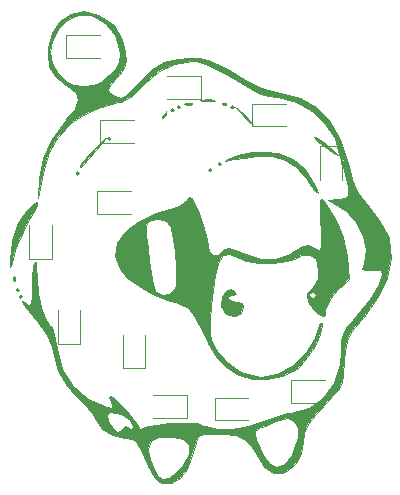
<source format=gto>
G04 #@! TF.GenerationSoftware,KiCad,Pcbnew,(5.1.5)-3*
G04 #@! TF.CreationDate,2020-05-11T16:08:06-04:00*
G04 #@! TF.ProjectId,charlieplex,63686172-6c69-4657-906c-65782e6b6963,rev?*
G04 #@! TF.SameCoordinates,Original*
G04 #@! TF.FileFunction,Legend,Top*
G04 #@! TF.FilePolarity,Positive*
%FSLAX46Y46*%
G04 Gerber Fmt 4.6, Leading zero omitted, Abs format (unit mm)*
G04 Created by KiCad (PCBNEW (5.1.5)-3) date 2020-05-11 16:08:06*
%MOMM*%
%LPD*%
G04 APERTURE LIST*
%ADD10C,0.010000*%
%ADD11C,0.120000*%
G04 APERTURE END LIST*
D10*
G36*
X190673117Y-100817349D02*
G01*
X190735617Y-100889621D01*
X190351661Y-100930173D01*
X190068421Y-100933627D01*
X189550640Y-100907302D01*
X189472084Y-100846915D01*
X189603643Y-100811953D01*
X190300307Y-100768907D01*
X190673117Y-100817349D01*
G37*
X190673117Y-100817349D02*
X190735617Y-100889621D01*
X190351661Y-100930173D01*
X190068421Y-100933627D01*
X189550640Y-100907302D01*
X189472084Y-100846915D01*
X189603643Y-100811953D01*
X190300307Y-100768907D01*
X190673117Y-100817349D01*
G36*
X191717193Y-101090176D02*
G01*
X191680491Y-101249126D01*
X191538947Y-101268421D01*
X191318873Y-101170595D01*
X191360702Y-101090176D01*
X191678005Y-101058177D01*
X191717193Y-101090176D01*
G37*
X191717193Y-101090176D02*
X191680491Y-101249126D01*
X191538947Y-101268421D01*
X191318873Y-101170595D01*
X191360702Y-101090176D01*
X191678005Y-101058177D01*
X191717193Y-101090176D01*
G36*
X188792851Y-101106886D02*
G01*
X188713111Y-101228408D01*
X188441930Y-101247313D01*
X188156638Y-101182016D01*
X188280395Y-101085778D01*
X188698259Y-101053904D01*
X188792851Y-101106886D01*
G37*
X188792851Y-101106886D02*
X188713111Y-101228408D01*
X188441930Y-101247313D01*
X188156638Y-101182016D01*
X188280395Y-101085778D01*
X188698259Y-101053904D01*
X188792851Y-101106886D01*
G36*
X192341052Y-101402105D02*
G01*
X192207368Y-101535790D01*
X192073684Y-101402105D01*
X192207368Y-101268421D01*
X192341052Y-101402105D01*
G37*
X192341052Y-101402105D02*
X192207368Y-101535790D01*
X192073684Y-101402105D01*
X192207368Y-101268421D01*
X192341052Y-101402105D01*
G36*
X187795789Y-101402105D02*
G01*
X187662105Y-101535790D01*
X187528421Y-101402105D01*
X187662105Y-101268421D01*
X187795789Y-101402105D01*
G37*
X187795789Y-101402105D02*
X187662105Y-101535790D01*
X187528421Y-101402105D01*
X187662105Y-101268421D01*
X187795789Y-101402105D01*
G36*
X187261052Y-101669474D02*
G01*
X187127368Y-101803158D01*
X186993684Y-101669474D01*
X187127368Y-101535790D01*
X187261052Y-101669474D01*
G37*
X187261052Y-101669474D02*
X187127368Y-101803158D01*
X186993684Y-101669474D01*
X187127368Y-101535790D01*
X187261052Y-101669474D01*
G36*
X186642432Y-101975864D02*
G01*
X186592631Y-102070526D01*
X186340713Y-102325864D01*
X186293704Y-102337895D01*
X186275462Y-102165189D01*
X186325263Y-102070526D01*
X186577181Y-101815189D01*
X186624190Y-101803158D01*
X186642432Y-101975864D01*
G37*
X186642432Y-101975864D02*
X186592631Y-102070526D01*
X186340713Y-102325864D01*
X186293704Y-102337895D01*
X186275462Y-102165189D01*
X186325263Y-102070526D01*
X186577181Y-101815189D01*
X186624190Y-101803158D01*
X186642432Y-101975864D01*
G36*
X193210000Y-102050290D02*
G01*
X193768714Y-102572840D01*
X193942188Y-102826570D01*
X193858185Y-102872632D01*
X193643233Y-102693275D01*
X193223729Y-102250542D01*
X193122922Y-102137369D01*
X192474737Y-101402105D01*
X193210000Y-102050290D01*
G37*
X193210000Y-102050290D02*
X193768714Y-102572840D01*
X193942188Y-102826570D01*
X193858185Y-102872632D01*
X193643233Y-102693275D01*
X193223729Y-102250542D01*
X193122922Y-102137369D01*
X192474737Y-101402105D01*
X193210000Y-102050290D01*
G36*
X181913684Y-104075790D02*
G01*
X181780000Y-104209474D01*
X181646316Y-104075790D01*
X181780000Y-103942105D01*
X181913684Y-104075790D01*
G37*
X181913684Y-104075790D02*
X181780000Y-104209474D01*
X181646316Y-104075790D01*
X181780000Y-103942105D01*
X181913684Y-104075790D01*
G36*
X199535029Y-104102853D02*
G01*
X200098848Y-104508543D01*
X200372205Y-104733345D01*
X200964911Y-105265425D01*
X201143552Y-105483998D01*
X200926993Y-105389429D01*
X200334098Y-104982083D01*
X199988144Y-104725901D01*
X199440270Y-104280335D01*
X199177011Y-103996392D01*
X199196138Y-103942105D01*
X199535029Y-104102853D01*
G37*
X199535029Y-104102853D02*
X200098848Y-104508543D01*
X200372205Y-104733345D01*
X200964911Y-105265425D01*
X201143552Y-105483998D01*
X200926993Y-105389429D01*
X200334098Y-104982083D01*
X199988144Y-104725901D01*
X199440270Y-104280335D01*
X199177011Y-103996392D01*
X199196138Y-103942105D01*
X199535029Y-104102853D01*
G36*
X191271579Y-106214737D02*
G01*
X191137895Y-106348421D01*
X191004210Y-106214737D01*
X191137895Y-106081053D01*
X191271579Y-106214737D01*
G37*
X191271579Y-106214737D02*
X191137895Y-106348421D01*
X191004210Y-106214737D01*
X191137895Y-106081053D01*
X191271579Y-106214737D01*
G36*
X180577584Y-105145824D02*
G01*
X180002711Y-105802975D01*
X179556694Y-106312787D01*
X179408540Y-106482105D01*
X179327223Y-106501174D01*
X179451632Y-106214737D01*
X179822042Y-105703210D01*
X180411374Y-105073987D01*
X180620675Y-104878455D01*
X181512631Y-104076910D01*
X180577584Y-105145824D01*
G37*
X180577584Y-105145824D02*
X180002711Y-105802975D01*
X179556694Y-106312787D01*
X179408540Y-106482105D01*
X179327223Y-106501174D01*
X179451632Y-106214737D01*
X179822042Y-105703210D01*
X180411374Y-105073987D01*
X180620675Y-104878455D01*
X181512631Y-104076910D01*
X180577584Y-105145824D01*
G36*
X190469473Y-106749474D02*
G01*
X190335789Y-106883158D01*
X190202105Y-106749474D01*
X190335789Y-106615790D01*
X190469473Y-106749474D01*
G37*
X190469473Y-106749474D02*
X190335789Y-106883158D01*
X190202105Y-106749474D01*
X190335789Y-106615790D01*
X190469473Y-106749474D01*
G36*
X179240000Y-107016842D02*
G01*
X179106316Y-107150526D01*
X178972631Y-107016842D01*
X179106316Y-106883158D01*
X179240000Y-107016842D01*
G37*
X179240000Y-107016842D02*
X179106316Y-107150526D01*
X178972631Y-107016842D01*
X179106316Y-106883158D01*
X179240000Y-107016842D01*
G36*
X196099162Y-105312011D02*
G01*
X197366195Y-105796566D01*
X198356596Y-106657933D01*
X199056717Y-107752105D01*
X199392939Y-108450465D01*
X199453920Y-108700811D01*
X199236492Y-108501949D01*
X198737486Y-107852686D01*
X198517267Y-107548835D01*
X197635814Y-106507021D01*
X196719360Y-105884212D01*
X195613733Y-105610580D01*
X194238845Y-105611061D01*
X193239883Y-105702697D01*
X192395877Y-105821308D01*
X191940000Y-105926493D01*
X191591680Y-106037796D01*
X191715976Y-105922166D01*
X191855955Y-105830214D01*
X192715626Y-105477473D01*
X193873815Y-105258517D01*
X195104963Y-105200892D01*
X196099162Y-105312011D01*
G37*
X196099162Y-105312011D02*
X197366195Y-105796566D01*
X198356596Y-106657933D01*
X199056717Y-107752105D01*
X199392939Y-108450465D01*
X199453920Y-108700811D01*
X199236492Y-108501949D01*
X198737486Y-107852686D01*
X198517267Y-107548835D01*
X197635814Y-106507021D01*
X196719360Y-105884212D01*
X195613733Y-105610580D01*
X194238845Y-105611061D01*
X193239883Y-105702697D01*
X192395877Y-105821308D01*
X191940000Y-105926493D01*
X191591680Y-106037796D01*
X191715976Y-105922166D01*
X191855955Y-105830214D01*
X192715626Y-105477473D01*
X193873815Y-105258517D01*
X195104963Y-105200892D01*
X196099162Y-105312011D01*
G36*
X175665770Y-109696451D02*
G01*
X175332040Y-110394138D01*
X174953975Y-111082947D01*
X174424673Y-112151627D01*
X173958888Y-113311461D01*
X173768413Y-113911934D01*
X173556250Y-114662323D01*
X173439927Y-114932975D01*
X173388723Y-114763694D01*
X173375490Y-114421028D01*
X173554296Y-112787107D01*
X174110985Y-111265743D01*
X174860525Y-110171572D01*
X175430673Y-109591614D01*
X175698868Y-109431092D01*
X175665770Y-109696451D01*
G37*
X175665770Y-109696451D02*
X175332040Y-110394138D01*
X174953975Y-111082947D01*
X174424673Y-112151627D01*
X173958888Y-113311461D01*
X173768413Y-113911934D01*
X173556250Y-114662323D01*
X173439927Y-114932975D01*
X173388723Y-114763694D01*
X173375490Y-114421028D01*
X173554296Y-112787107D01*
X174110985Y-111265743D01*
X174860525Y-110171572D01*
X175430673Y-109591614D01*
X175698868Y-109431092D01*
X175665770Y-109696451D01*
G36*
X173803509Y-115795439D02*
G01*
X173835507Y-116112742D01*
X173803509Y-116151930D01*
X173644558Y-116115228D01*
X173625263Y-115973684D01*
X173723089Y-115753610D01*
X173803509Y-115795439D01*
G37*
X173803509Y-115795439D02*
X173835507Y-116112742D01*
X173803509Y-116151930D01*
X173644558Y-116115228D01*
X173625263Y-115973684D01*
X173723089Y-115753610D01*
X173803509Y-115795439D01*
G36*
X174160000Y-116909474D02*
G01*
X174026316Y-117043158D01*
X173892631Y-116909474D01*
X174026316Y-116775790D01*
X174160000Y-116909474D01*
G37*
X174160000Y-116909474D02*
X174026316Y-117043158D01*
X173892631Y-116909474D01*
X174026316Y-116775790D01*
X174160000Y-116909474D01*
G36*
X174427368Y-117444211D02*
G01*
X174293684Y-117577895D01*
X174160000Y-117444211D01*
X174293684Y-117310526D01*
X174427368Y-117444211D01*
G37*
X174427368Y-117444211D02*
X174293684Y-117577895D01*
X174160000Y-117444211D01*
X174293684Y-117310526D01*
X174427368Y-117444211D01*
G36*
X192405858Y-117001016D02*
G01*
X192542026Y-117249389D01*
X192238561Y-117310526D01*
X191894160Y-117457165D01*
X191880350Y-117644737D01*
X192205184Y-117886543D01*
X192571051Y-117915258D01*
X193035443Y-118007958D01*
X193143158Y-118354547D01*
X192931718Y-118886424D01*
X192431335Y-119138195D01*
X191842915Y-119044212D01*
X191592421Y-118861263D01*
X191301307Y-118241664D01*
X191364693Y-117517657D01*
X191683963Y-117033754D01*
X192112732Y-116832974D01*
X192405858Y-117001016D01*
G37*
X192405858Y-117001016D02*
X192542026Y-117249389D01*
X192238561Y-117310526D01*
X191894160Y-117457165D01*
X191880350Y-117644737D01*
X192205184Y-117886543D01*
X192571051Y-117915258D01*
X193035443Y-118007958D01*
X193143158Y-118354547D01*
X192931718Y-118886424D01*
X192431335Y-119138195D01*
X191842915Y-119044212D01*
X191592421Y-118861263D01*
X191301307Y-118241664D01*
X191364693Y-117517657D01*
X191683963Y-117033754D01*
X192112732Y-116832974D01*
X192405858Y-117001016D01*
G36*
X188780029Y-109109168D02*
G01*
X189030081Y-109543342D01*
X189308806Y-110170514D01*
X189691358Y-111198543D01*
X189992673Y-112248585D01*
X190085000Y-112701709D01*
X190292851Y-113594491D01*
X190581578Y-113987813D01*
X190992025Y-113915454D01*
X191282050Y-113691576D01*
X191612313Y-113438381D01*
X191949447Y-113380265D01*
X192464578Y-113527240D01*
X193119504Y-113799069D01*
X194627948Y-114279813D01*
X195932550Y-114309353D01*
X197121101Y-113884697D01*
X197494739Y-113649988D01*
X198183258Y-113221597D01*
X198639659Y-113100905D01*
X199034476Y-113243734D01*
X199042851Y-113248935D01*
X199493145Y-113501246D01*
X199670889Y-113567369D01*
X199713367Y-113320495D01*
X199726700Y-112660381D01*
X199709773Y-111707788D01*
X199692484Y-111227895D01*
X199654162Y-110123529D01*
X199659965Y-109476820D01*
X199722841Y-109211598D01*
X199855738Y-109251691D01*
X199999270Y-109423158D01*
X201007539Y-110968100D01*
X201624736Y-112472126D01*
X201929044Y-114079128D01*
X202130633Y-115965787D01*
X201112685Y-116959787D01*
X200481740Y-117695519D01*
X200132223Y-118353248D01*
X200094737Y-118567946D01*
X200054742Y-119039721D01*
X199869808Y-119128935D01*
X199442512Y-118838845D01*
X199160981Y-118599152D01*
X198602168Y-117912914D01*
X198573291Y-117310526D01*
X198757895Y-117310526D01*
X198961355Y-117570125D01*
X199025263Y-117577895D01*
X199284862Y-117374434D01*
X199292631Y-117310526D01*
X199089171Y-117050927D01*
X199025263Y-117043158D01*
X198765664Y-117246619D01*
X198757895Y-117310526D01*
X198573291Y-117310526D01*
X198570923Y-117261139D01*
X199038233Y-116630368D01*
X199452505Y-115998401D01*
X199506127Y-115212323D01*
X199275958Y-114337685D01*
X198794104Y-113926115D01*
X198087771Y-113993425D01*
X197720419Y-114174357D01*
X196862520Y-114474670D01*
X195705878Y-114621145D01*
X194464649Y-114611192D01*
X193352989Y-114442220D01*
X192778385Y-114234142D01*
X191987570Y-113899524D01*
X191486030Y-113935384D01*
X191149680Y-114372963D01*
X191031309Y-114674033D01*
X190771621Y-115656162D01*
X190559983Y-116895189D01*
X190410712Y-118230604D01*
X190338121Y-119501896D01*
X190356524Y-120548555D01*
X190454498Y-121141992D01*
X190972269Y-122095339D01*
X191808041Y-123031892D01*
X192774466Y-123760020D01*
X193227405Y-123978338D01*
X194644555Y-124249419D01*
X196036294Y-124037825D01*
X197320621Y-123392617D01*
X198415532Y-122362854D01*
X199239026Y-120997597D01*
X199520881Y-120213145D01*
X199697099Y-119721271D01*
X199791450Y-119742091D01*
X199803255Y-119864872D01*
X199652637Y-120651932D01*
X199215084Y-121624439D01*
X198595699Y-122604181D01*
X197899586Y-123412943D01*
X197534308Y-123712115D01*
X196444503Y-124211716D01*
X195149468Y-124458447D01*
X193860324Y-124435200D01*
X192788192Y-124124867D01*
X192742105Y-124100437D01*
X191733220Y-123444630D01*
X190944344Y-122647833D01*
X190252049Y-121565233D01*
X189798954Y-120647450D01*
X189336954Y-119706715D01*
X188909339Y-118943818D01*
X188598495Y-118503985D01*
X188565902Y-118473938D01*
X188114706Y-118239400D01*
X187342132Y-117948623D01*
X186709257Y-117750859D01*
X185473554Y-117278745D01*
X184292946Y-116623756D01*
X183321328Y-115885924D01*
X182712598Y-115165281D01*
X182702269Y-115146317D01*
X182339181Y-114005758D01*
X182488416Y-112939229D01*
X183129908Y-111970720D01*
X183670636Y-111559717D01*
X184935567Y-111559717D01*
X184964345Y-112337131D01*
X185054903Y-113352225D01*
X185189211Y-114460983D01*
X185349238Y-115519390D01*
X185516951Y-116383433D01*
X185674322Y-116909095D01*
X185714313Y-116976316D01*
X186271956Y-117313691D01*
X186887771Y-117247942D01*
X187345847Y-116824690D01*
X187425494Y-116614747D01*
X187495959Y-115904702D01*
X187477157Y-114865670D01*
X187385580Y-113692839D01*
X187237722Y-112581395D01*
X187050074Y-111726527D01*
X186999972Y-111578644D01*
X186647084Y-111054755D01*
X186025306Y-110894667D01*
X185946607Y-110893684D01*
X185326004Y-110976376D01*
X184986601Y-111163998D01*
X184935567Y-111559717D01*
X183670636Y-111559717D01*
X184243591Y-111124219D01*
X185809398Y-110423716D01*
X186931855Y-110089958D01*
X187712805Y-109797886D01*
X188286762Y-109416653D01*
X188392302Y-109289912D01*
X188592107Y-109048395D01*
X188780029Y-109109168D01*
G37*
X188780029Y-109109168D02*
X189030081Y-109543342D01*
X189308806Y-110170514D01*
X189691358Y-111198543D01*
X189992673Y-112248585D01*
X190085000Y-112701709D01*
X190292851Y-113594491D01*
X190581578Y-113987813D01*
X190992025Y-113915454D01*
X191282050Y-113691576D01*
X191612313Y-113438381D01*
X191949447Y-113380265D01*
X192464578Y-113527240D01*
X193119504Y-113799069D01*
X194627948Y-114279813D01*
X195932550Y-114309353D01*
X197121101Y-113884697D01*
X197494739Y-113649988D01*
X198183258Y-113221597D01*
X198639659Y-113100905D01*
X199034476Y-113243734D01*
X199042851Y-113248935D01*
X199493145Y-113501246D01*
X199670889Y-113567369D01*
X199713367Y-113320495D01*
X199726700Y-112660381D01*
X199709773Y-111707788D01*
X199692484Y-111227895D01*
X199654162Y-110123529D01*
X199659965Y-109476820D01*
X199722841Y-109211598D01*
X199855738Y-109251691D01*
X199999270Y-109423158D01*
X201007539Y-110968100D01*
X201624736Y-112472126D01*
X201929044Y-114079128D01*
X202130633Y-115965787D01*
X201112685Y-116959787D01*
X200481740Y-117695519D01*
X200132223Y-118353248D01*
X200094737Y-118567946D01*
X200054742Y-119039721D01*
X199869808Y-119128935D01*
X199442512Y-118838845D01*
X199160981Y-118599152D01*
X198602168Y-117912914D01*
X198573291Y-117310526D01*
X198757895Y-117310526D01*
X198961355Y-117570125D01*
X199025263Y-117577895D01*
X199284862Y-117374434D01*
X199292631Y-117310526D01*
X199089171Y-117050927D01*
X199025263Y-117043158D01*
X198765664Y-117246619D01*
X198757895Y-117310526D01*
X198573291Y-117310526D01*
X198570923Y-117261139D01*
X199038233Y-116630368D01*
X199452505Y-115998401D01*
X199506127Y-115212323D01*
X199275958Y-114337685D01*
X198794104Y-113926115D01*
X198087771Y-113993425D01*
X197720419Y-114174357D01*
X196862520Y-114474670D01*
X195705878Y-114621145D01*
X194464649Y-114611192D01*
X193352989Y-114442220D01*
X192778385Y-114234142D01*
X191987570Y-113899524D01*
X191486030Y-113935384D01*
X191149680Y-114372963D01*
X191031309Y-114674033D01*
X190771621Y-115656162D01*
X190559983Y-116895189D01*
X190410712Y-118230604D01*
X190338121Y-119501896D01*
X190356524Y-120548555D01*
X190454498Y-121141992D01*
X190972269Y-122095339D01*
X191808041Y-123031892D01*
X192774466Y-123760020D01*
X193227405Y-123978338D01*
X194644555Y-124249419D01*
X196036294Y-124037825D01*
X197320621Y-123392617D01*
X198415532Y-122362854D01*
X199239026Y-120997597D01*
X199520881Y-120213145D01*
X199697099Y-119721271D01*
X199791450Y-119742091D01*
X199803255Y-119864872D01*
X199652637Y-120651932D01*
X199215084Y-121624439D01*
X198595699Y-122604181D01*
X197899586Y-123412943D01*
X197534308Y-123712115D01*
X196444503Y-124211716D01*
X195149468Y-124458447D01*
X193860324Y-124435200D01*
X192788192Y-124124867D01*
X192742105Y-124100437D01*
X191733220Y-123444630D01*
X190944344Y-122647833D01*
X190252049Y-121565233D01*
X189798954Y-120647450D01*
X189336954Y-119706715D01*
X188909339Y-118943818D01*
X188598495Y-118503985D01*
X188565902Y-118473938D01*
X188114706Y-118239400D01*
X187342132Y-117948623D01*
X186709257Y-117750859D01*
X185473554Y-117278745D01*
X184292946Y-116623756D01*
X183321328Y-115885924D01*
X182712598Y-115165281D01*
X182702269Y-115146317D01*
X182339181Y-114005758D01*
X182488416Y-112939229D01*
X183129908Y-111970720D01*
X183670636Y-111559717D01*
X184935567Y-111559717D01*
X184964345Y-112337131D01*
X185054903Y-113352225D01*
X185189211Y-114460983D01*
X185349238Y-115519390D01*
X185516951Y-116383433D01*
X185674322Y-116909095D01*
X185714313Y-116976316D01*
X186271956Y-117313691D01*
X186887771Y-117247942D01*
X187345847Y-116824690D01*
X187425494Y-116614747D01*
X187495959Y-115904702D01*
X187477157Y-114865670D01*
X187385580Y-113692839D01*
X187237722Y-112581395D01*
X187050074Y-111726527D01*
X186999972Y-111578644D01*
X186647084Y-111054755D01*
X186025306Y-110894667D01*
X185946607Y-110893684D01*
X185326004Y-110976376D01*
X184986601Y-111163998D01*
X184935567Y-111559717D01*
X183670636Y-111559717D01*
X184243591Y-111124219D01*
X185809398Y-110423716D01*
X186931855Y-110089958D01*
X187712805Y-109797886D01*
X188286762Y-109416653D01*
X188392302Y-109289912D01*
X188592107Y-109048395D01*
X188780029Y-109109168D01*
G36*
X180874617Y-93621110D02*
G01*
X181015856Y-93687689D01*
X182178921Y-94512273D01*
X182898212Y-95626821D01*
X183176129Y-96782957D01*
X183215246Y-97562862D01*
X183058387Y-98137316D01*
X182620670Y-98754535D01*
X182423780Y-98983005D01*
X181912907Y-99589159D01*
X181724206Y-99941355D01*
X181818970Y-100180239D01*
X182043943Y-100363189D01*
X182444168Y-100621115D01*
X182778918Y-100670950D01*
X183164599Y-100461670D01*
X183717618Y-99942250D01*
X184231047Y-99404513D01*
X185386076Y-98319728D01*
X186464158Y-97649430D01*
X187610833Y-97321855D01*
X188584375Y-97257895D01*
X189407796Y-97306418D01*
X190199700Y-97483158D01*
X191078489Y-97834869D01*
X192162566Y-98408307D01*
X193464007Y-99184791D01*
X194939421Y-99917840D01*
X196323843Y-100279508D01*
X197977966Y-100662981D01*
X199339190Y-101408340D01*
X200440772Y-102551685D01*
X201315967Y-104129117D01*
X201998033Y-106176735D01*
X202088207Y-106536881D01*
X202434858Y-107740762D01*
X202876610Y-108672402D01*
X203548513Y-109592803D01*
X203854904Y-109951291D01*
X204654063Y-110989698D01*
X205242487Y-111999615D01*
X205458550Y-112558967D01*
X205630879Y-114201338D01*
X205311084Y-115917367D01*
X204522319Y-117637767D01*
X203287737Y-119293251D01*
X203162909Y-119428831D01*
X202539608Y-120118848D01*
X202155699Y-120667544D01*
X201937180Y-121254974D01*
X201810048Y-122061196D01*
X201730469Y-122914104D01*
X201626256Y-123992150D01*
X201487252Y-124717353D01*
X201235014Y-125269823D01*
X200791099Y-125829669D01*
X200182368Y-126468617D01*
X199238856Y-127492475D01*
X198642999Y-128294261D01*
X198327126Y-128988720D01*
X198223563Y-129690601D01*
X198222158Y-129792423D01*
X198041871Y-130679992D01*
X197584626Y-131545898D01*
X196972522Y-132200942D01*
X196518459Y-132432401D01*
X195638062Y-132420459D01*
X194895468Y-131901267D01*
X194303466Y-130921976D01*
X193830172Y-130137955D01*
X193250582Y-129548455D01*
X193093696Y-129450212D01*
X192429139Y-129233629D01*
X191558634Y-129109118D01*
X190646822Y-129078457D01*
X189858341Y-129143422D01*
X189357832Y-129305791D01*
X189271125Y-129408947D01*
X189139109Y-129860753D01*
X188940581Y-130598860D01*
X188859882Y-130910208D01*
X188407497Y-132058708D01*
X187768540Y-132863694D01*
X187018553Y-133272458D01*
X186233078Y-133232294D01*
X185838305Y-133018421D01*
X185502058Y-132603172D01*
X185083806Y-131857770D01*
X184731962Y-131080000D01*
X184463715Y-130453462D01*
X185122105Y-130453462D01*
X185248577Y-131264774D01*
X185565461Y-132079248D01*
X185978959Y-132694651D01*
X186252795Y-132891294D01*
X186883149Y-132844792D01*
X187590261Y-132325349D01*
X188044564Y-131774533D01*
X188532314Y-130829372D01*
X188541862Y-130081666D01*
X188092207Y-129574103D01*
X187202345Y-129349370D01*
X186962078Y-129342105D01*
X185965709Y-129404557D01*
X185395175Y-129631567D01*
X185152000Y-130082616D01*
X185122105Y-130453462D01*
X184463715Y-130453462D01*
X184359730Y-130210587D01*
X184059841Y-129725379D01*
X183718026Y-129507461D01*
X183220018Y-129439919D01*
X183124711Y-129435528D01*
X182032669Y-129208548D01*
X181181424Y-128683260D01*
X180706500Y-127945723D01*
X180691330Y-127890284D01*
X180540827Y-127621015D01*
X181646316Y-127621015D01*
X181817836Y-128180943D01*
X182104842Y-128603507D01*
X182474813Y-128937533D01*
X182729182Y-128864668D01*
X182756243Y-128831455D01*
X194114072Y-128831455D01*
X194125957Y-129217702D01*
X194233285Y-129530114D01*
X194841256Y-130863456D01*
X195447960Y-131663290D01*
X196052544Y-131929330D01*
X196654156Y-131661294D01*
X197251944Y-130858895D01*
X197396016Y-130584219D01*
X197802704Y-129455759D01*
X197823356Y-128577167D01*
X197495352Y-128003905D01*
X196856072Y-127791433D01*
X195942897Y-127995212D01*
X195719228Y-128096376D01*
X195005574Y-128420792D01*
X194432646Y-128642003D01*
X194416149Y-128647104D01*
X194114072Y-128831455D01*
X182756243Y-128831455D01*
X182862777Y-128700706D01*
X183190543Y-128443500D01*
X183473725Y-128602778D01*
X183728507Y-128752127D01*
X183785263Y-128492527D01*
X183530826Y-127888478D01*
X182772832Y-127446843D01*
X182380083Y-127329352D01*
X181846400Y-127259372D01*
X181657461Y-127465625D01*
X181646316Y-127621015D01*
X180540827Y-127621015D01*
X180405968Y-127379737D01*
X179830056Y-126710258D01*
X179240210Y-126159799D01*
X178206881Y-125081252D01*
X177500079Y-123810106D01*
X177045938Y-122203877D01*
X176971227Y-121782968D01*
X176565701Y-120721260D01*
X175677663Y-119503111D01*
X175617289Y-119434570D01*
X174937373Y-118638904D01*
X174534385Y-118103653D01*
X174432451Y-117869246D01*
X174655697Y-117976115D01*
X174828421Y-118112632D01*
X175053257Y-118233190D01*
X175179487Y-118061906D01*
X175238509Y-117507949D01*
X175256125Y-116875370D01*
X175300798Y-115819826D01*
X175381580Y-115052200D01*
X175478873Y-114621069D01*
X175573078Y-114575008D01*
X175644598Y-114962595D01*
X175673834Y-115832408D01*
X175673843Y-115840000D01*
X175762915Y-117133788D01*
X176001104Y-118339615D01*
X176348791Y-119318360D01*
X176766356Y-119930902D01*
X176858397Y-119999484D01*
X177034849Y-120334361D01*
X177224122Y-121039599D01*
X177366570Y-121842694D01*
X177846098Y-123611171D01*
X178734181Y-125034815D01*
X180027562Y-126109815D01*
X181602421Y-126796724D01*
X182037129Y-126888468D01*
X182058650Y-126691009D01*
X181927224Y-126426353D01*
X181784926Y-126003346D01*
X181870225Y-125866316D01*
X182189051Y-126056262D01*
X182707921Y-126535032D01*
X183302911Y-127166021D01*
X183850098Y-127812625D01*
X184225559Y-128338240D01*
X184320000Y-128566764D01*
X184449830Y-128728587D01*
X184654210Y-128608580D01*
X185068589Y-128463818D01*
X185859688Y-128321978D01*
X186870038Y-128210097D01*
X187060745Y-128195391D01*
X188318127Y-128143697D01*
X189203708Y-128212613D01*
X189869668Y-128416035D01*
X189962907Y-128460444D01*
X190955404Y-128717335D01*
X192232797Y-128706241D01*
X193626541Y-128442615D01*
X194811117Y-128015973D01*
X195841723Y-127642913D01*
X196963005Y-127372339D01*
X197200938Y-127336079D01*
X198726798Y-126899015D01*
X199949357Y-126045525D01*
X200829798Y-124823931D01*
X201329306Y-123282554D01*
X201431579Y-122069336D01*
X201453719Y-121244806D01*
X201573012Y-120651130D01*
X201868767Y-120108220D01*
X202420291Y-119435988D01*
X202755827Y-119062327D01*
X203881719Y-117703271D01*
X204603230Y-116566100D01*
X204900458Y-115683240D01*
X204907368Y-115556657D01*
X204784550Y-115258524D01*
X204331403Y-115189752D01*
X204017073Y-115217013D01*
X203425795Y-115258462D01*
X203248217Y-115115455D01*
X203368794Y-114679973D01*
X203387990Y-114628920D01*
X203535842Y-113545709D01*
X203288583Y-112351331D01*
X202715643Y-111199473D01*
X201886448Y-110243825D01*
X201195938Y-109776530D01*
X200302536Y-109327797D01*
X201201268Y-109241793D01*
X201798491Y-109142318D01*
X202022521Y-108884436D01*
X202013290Y-108290547D01*
X202006346Y-108220000D01*
X201867102Y-107431188D01*
X201659078Y-106809991D01*
X201649785Y-106792130D01*
X201441863Y-106184640D01*
X201400025Y-105947369D01*
X201431579Y-105947369D01*
X201565263Y-106081053D01*
X201698947Y-105947369D01*
X201565263Y-105813684D01*
X201431579Y-105947369D01*
X201400025Y-105947369D01*
X201303075Y-105397554D01*
X201300695Y-105372763D01*
X200926372Y-104058092D01*
X200118932Y-102835574D01*
X198979900Y-101787403D01*
X197610804Y-100995773D01*
X196113169Y-100542880D01*
X195242131Y-100467807D01*
X194651045Y-100319595D01*
X193830185Y-99935941D01*
X193103183Y-99494811D01*
X191544413Y-98525743D01*
X190195527Y-97868218D01*
X189125472Y-97554040D01*
X188846050Y-97531135D01*
X187417185Y-97758483D01*
X186011525Y-98403237D01*
X184817295Y-99374165D01*
X184648336Y-99565704D01*
X183724129Y-100472658D01*
X182774468Y-100963888D01*
X182586999Y-101016828D01*
X180883617Y-101522714D01*
X179590055Y-102098269D01*
X178581503Y-102802563D01*
X178334702Y-103029406D01*
X177398139Y-104088991D01*
X176745204Y-105234821D01*
X176283901Y-106648774D01*
X176114933Y-107417895D01*
X175772106Y-109155790D01*
X175872182Y-107532224D01*
X176188846Y-105749103D01*
X176938163Y-104108441D01*
X178168536Y-102504756D01*
X178189520Y-102481941D01*
X178919433Y-101568893D01*
X179195524Y-100859418D01*
X179021355Y-100280068D01*
X178400488Y-99757389D01*
X178323890Y-99711249D01*
X177297085Y-98924544D01*
X176743730Y-98000994D01*
X176602885Y-96822986D01*
X176605689Y-96780697D01*
X176834683Y-96780697D01*
X176985873Y-97679028D01*
X177505733Y-98532696D01*
X177663487Y-98719118D01*
X178270856Y-99322323D01*
X178847742Y-99597079D01*
X179653770Y-99664140D01*
X179695487Y-99664211D01*
X180524187Y-99598002D01*
X181150731Y-99324387D01*
X181831005Y-98730881D01*
X181840695Y-98721200D01*
X182406237Y-98104895D01*
X182657992Y-97598078D01*
X182684522Y-96958019D01*
X182642349Y-96524084D01*
X182263034Y-95313247D01*
X181487265Y-94328573D01*
X180425222Y-93699451D01*
X180172661Y-93623745D01*
X179164768Y-93621426D01*
X178227216Y-94057592D01*
X177460855Y-94836863D01*
X176966535Y-95863858D01*
X176834683Y-96780697D01*
X176605689Y-96780697D01*
X176628354Y-96438941D01*
X176965150Y-95130851D01*
X177641311Y-94142891D01*
X178573701Y-93527192D01*
X179679182Y-93335888D01*
X180874617Y-93621110D01*
G37*
X180874617Y-93621110D02*
X181015856Y-93687689D01*
X182178921Y-94512273D01*
X182898212Y-95626821D01*
X183176129Y-96782957D01*
X183215246Y-97562862D01*
X183058387Y-98137316D01*
X182620670Y-98754535D01*
X182423780Y-98983005D01*
X181912907Y-99589159D01*
X181724206Y-99941355D01*
X181818970Y-100180239D01*
X182043943Y-100363189D01*
X182444168Y-100621115D01*
X182778918Y-100670950D01*
X183164599Y-100461670D01*
X183717618Y-99942250D01*
X184231047Y-99404513D01*
X185386076Y-98319728D01*
X186464158Y-97649430D01*
X187610833Y-97321855D01*
X188584375Y-97257895D01*
X189407796Y-97306418D01*
X190199700Y-97483158D01*
X191078489Y-97834869D01*
X192162566Y-98408307D01*
X193464007Y-99184791D01*
X194939421Y-99917840D01*
X196323843Y-100279508D01*
X197977966Y-100662981D01*
X199339190Y-101408340D01*
X200440772Y-102551685D01*
X201315967Y-104129117D01*
X201998033Y-106176735D01*
X202088207Y-106536881D01*
X202434858Y-107740762D01*
X202876610Y-108672402D01*
X203548513Y-109592803D01*
X203854904Y-109951291D01*
X204654063Y-110989698D01*
X205242487Y-111999615D01*
X205458550Y-112558967D01*
X205630879Y-114201338D01*
X205311084Y-115917367D01*
X204522319Y-117637767D01*
X203287737Y-119293251D01*
X203162909Y-119428831D01*
X202539608Y-120118848D01*
X202155699Y-120667544D01*
X201937180Y-121254974D01*
X201810048Y-122061196D01*
X201730469Y-122914104D01*
X201626256Y-123992150D01*
X201487252Y-124717353D01*
X201235014Y-125269823D01*
X200791099Y-125829669D01*
X200182368Y-126468617D01*
X199238856Y-127492475D01*
X198642999Y-128294261D01*
X198327126Y-128988720D01*
X198223563Y-129690601D01*
X198222158Y-129792423D01*
X198041871Y-130679992D01*
X197584626Y-131545898D01*
X196972522Y-132200942D01*
X196518459Y-132432401D01*
X195638062Y-132420459D01*
X194895468Y-131901267D01*
X194303466Y-130921976D01*
X193830172Y-130137955D01*
X193250582Y-129548455D01*
X193093696Y-129450212D01*
X192429139Y-129233629D01*
X191558634Y-129109118D01*
X190646822Y-129078457D01*
X189858341Y-129143422D01*
X189357832Y-129305791D01*
X189271125Y-129408947D01*
X189139109Y-129860753D01*
X188940581Y-130598860D01*
X188859882Y-130910208D01*
X188407497Y-132058708D01*
X187768540Y-132863694D01*
X187018553Y-133272458D01*
X186233078Y-133232294D01*
X185838305Y-133018421D01*
X185502058Y-132603172D01*
X185083806Y-131857770D01*
X184731962Y-131080000D01*
X184463715Y-130453462D01*
X185122105Y-130453462D01*
X185248577Y-131264774D01*
X185565461Y-132079248D01*
X185978959Y-132694651D01*
X186252795Y-132891294D01*
X186883149Y-132844792D01*
X187590261Y-132325349D01*
X188044564Y-131774533D01*
X188532314Y-130829372D01*
X188541862Y-130081666D01*
X188092207Y-129574103D01*
X187202345Y-129349370D01*
X186962078Y-129342105D01*
X185965709Y-129404557D01*
X185395175Y-129631567D01*
X185152000Y-130082616D01*
X185122105Y-130453462D01*
X184463715Y-130453462D01*
X184359730Y-130210587D01*
X184059841Y-129725379D01*
X183718026Y-129507461D01*
X183220018Y-129439919D01*
X183124711Y-129435528D01*
X182032669Y-129208548D01*
X181181424Y-128683260D01*
X180706500Y-127945723D01*
X180691330Y-127890284D01*
X180540827Y-127621015D01*
X181646316Y-127621015D01*
X181817836Y-128180943D01*
X182104842Y-128603507D01*
X182474813Y-128937533D01*
X182729182Y-128864668D01*
X182756243Y-128831455D01*
X194114072Y-128831455D01*
X194125957Y-129217702D01*
X194233285Y-129530114D01*
X194841256Y-130863456D01*
X195447960Y-131663290D01*
X196052544Y-131929330D01*
X196654156Y-131661294D01*
X197251944Y-130858895D01*
X197396016Y-130584219D01*
X197802704Y-129455759D01*
X197823356Y-128577167D01*
X197495352Y-128003905D01*
X196856072Y-127791433D01*
X195942897Y-127995212D01*
X195719228Y-128096376D01*
X195005574Y-128420792D01*
X194432646Y-128642003D01*
X194416149Y-128647104D01*
X194114072Y-128831455D01*
X182756243Y-128831455D01*
X182862777Y-128700706D01*
X183190543Y-128443500D01*
X183473725Y-128602778D01*
X183728507Y-128752127D01*
X183785263Y-128492527D01*
X183530826Y-127888478D01*
X182772832Y-127446843D01*
X182380083Y-127329352D01*
X181846400Y-127259372D01*
X181657461Y-127465625D01*
X181646316Y-127621015D01*
X180540827Y-127621015D01*
X180405968Y-127379737D01*
X179830056Y-126710258D01*
X179240210Y-126159799D01*
X178206881Y-125081252D01*
X177500079Y-123810106D01*
X177045938Y-122203877D01*
X176971227Y-121782968D01*
X176565701Y-120721260D01*
X175677663Y-119503111D01*
X175617289Y-119434570D01*
X174937373Y-118638904D01*
X174534385Y-118103653D01*
X174432451Y-117869246D01*
X174655697Y-117976115D01*
X174828421Y-118112632D01*
X175053257Y-118233190D01*
X175179487Y-118061906D01*
X175238509Y-117507949D01*
X175256125Y-116875370D01*
X175300798Y-115819826D01*
X175381580Y-115052200D01*
X175478873Y-114621069D01*
X175573078Y-114575008D01*
X175644598Y-114962595D01*
X175673834Y-115832408D01*
X175673843Y-115840000D01*
X175762915Y-117133788D01*
X176001104Y-118339615D01*
X176348791Y-119318360D01*
X176766356Y-119930902D01*
X176858397Y-119999484D01*
X177034849Y-120334361D01*
X177224122Y-121039599D01*
X177366570Y-121842694D01*
X177846098Y-123611171D01*
X178734181Y-125034815D01*
X180027562Y-126109815D01*
X181602421Y-126796724D01*
X182037129Y-126888468D01*
X182058650Y-126691009D01*
X181927224Y-126426353D01*
X181784926Y-126003346D01*
X181870225Y-125866316D01*
X182189051Y-126056262D01*
X182707921Y-126535032D01*
X183302911Y-127166021D01*
X183850098Y-127812625D01*
X184225559Y-128338240D01*
X184320000Y-128566764D01*
X184449830Y-128728587D01*
X184654210Y-128608580D01*
X185068589Y-128463818D01*
X185859688Y-128321978D01*
X186870038Y-128210097D01*
X187060745Y-128195391D01*
X188318127Y-128143697D01*
X189203708Y-128212613D01*
X189869668Y-128416035D01*
X189962907Y-128460444D01*
X190955404Y-128717335D01*
X192232797Y-128706241D01*
X193626541Y-128442615D01*
X194811117Y-128015973D01*
X195841723Y-127642913D01*
X196963005Y-127372339D01*
X197200938Y-127336079D01*
X198726798Y-126899015D01*
X199949357Y-126045525D01*
X200829798Y-124823931D01*
X201329306Y-123282554D01*
X201431579Y-122069336D01*
X201453719Y-121244806D01*
X201573012Y-120651130D01*
X201868767Y-120108220D01*
X202420291Y-119435988D01*
X202755827Y-119062327D01*
X203881719Y-117703271D01*
X204603230Y-116566100D01*
X204900458Y-115683240D01*
X204907368Y-115556657D01*
X204784550Y-115258524D01*
X204331403Y-115189752D01*
X204017073Y-115217013D01*
X203425795Y-115258462D01*
X203248217Y-115115455D01*
X203368794Y-114679973D01*
X203387990Y-114628920D01*
X203535842Y-113545709D01*
X203288583Y-112351331D01*
X202715643Y-111199473D01*
X201886448Y-110243825D01*
X201195938Y-109776530D01*
X200302536Y-109327797D01*
X201201268Y-109241793D01*
X201798491Y-109142318D01*
X202022521Y-108884436D01*
X202013290Y-108290547D01*
X202006346Y-108220000D01*
X201867102Y-107431188D01*
X201659078Y-106809991D01*
X201649785Y-106792130D01*
X201441863Y-106184640D01*
X201400025Y-105947369D01*
X201431579Y-105947369D01*
X201565263Y-106081053D01*
X201698947Y-105947369D01*
X201565263Y-105813684D01*
X201431579Y-105947369D01*
X201400025Y-105947369D01*
X201303075Y-105397554D01*
X201300695Y-105372763D01*
X200926372Y-104058092D01*
X200118932Y-102835574D01*
X198979900Y-101787403D01*
X197610804Y-100995773D01*
X196113169Y-100542880D01*
X195242131Y-100467807D01*
X194651045Y-100319595D01*
X193830185Y-99935941D01*
X193103183Y-99494811D01*
X191544413Y-98525743D01*
X190195527Y-97868218D01*
X189125472Y-97554040D01*
X188846050Y-97531135D01*
X187417185Y-97758483D01*
X186011525Y-98403237D01*
X184817295Y-99374165D01*
X184648336Y-99565704D01*
X183724129Y-100472658D01*
X182774468Y-100963888D01*
X182586999Y-101016828D01*
X180883617Y-101522714D01*
X179590055Y-102098269D01*
X178581503Y-102802563D01*
X178334702Y-103029406D01*
X177398139Y-104088991D01*
X176745204Y-105234821D01*
X176283901Y-106648774D01*
X176114933Y-107417895D01*
X175772106Y-109155790D01*
X175872182Y-107532224D01*
X176188846Y-105749103D01*
X176938163Y-104108441D01*
X178168536Y-102504756D01*
X178189520Y-102481941D01*
X178919433Y-101568893D01*
X179195524Y-100859418D01*
X179021355Y-100280068D01*
X178400488Y-99757389D01*
X178323890Y-99711249D01*
X177297085Y-98924544D01*
X176743730Y-98000994D01*
X176602885Y-96822986D01*
X176605689Y-96780697D01*
X176834683Y-96780697D01*
X176985873Y-97679028D01*
X177505733Y-98532696D01*
X177663487Y-98719118D01*
X178270856Y-99322323D01*
X178847742Y-99597079D01*
X179653770Y-99664140D01*
X179695487Y-99664211D01*
X180524187Y-99598002D01*
X181150731Y-99324387D01*
X181831005Y-98730881D01*
X181840695Y-98721200D01*
X182406237Y-98104895D01*
X182657992Y-97598078D01*
X182684522Y-96958019D01*
X182642349Y-96524084D01*
X182263034Y-95313247D01*
X181487265Y-94328573D01*
X180425222Y-93699451D01*
X180172661Y-93623745D01*
X179164768Y-93621426D01*
X178227216Y-94057592D01*
X177460855Y-94836863D01*
X176966535Y-95863858D01*
X176834683Y-96780697D01*
X176605689Y-96780697D01*
X176628354Y-96438941D01*
X176965150Y-95130851D01*
X177641311Y-94142891D01*
X178573701Y-93527192D01*
X179679182Y-93335888D01*
X180874617Y-93621110D01*
D11*
X178140000Y-97260000D02*
X181000000Y-97260000D01*
X178140000Y-95340000D02*
X178140000Y-97260000D01*
X181000000Y-95340000D02*
X178140000Y-95340000D01*
X190740000Y-127960000D02*
X193600000Y-127960000D01*
X190740000Y-126040000D02*
X190740000Y-127960000D01*
X193600000Y-126040000D02*
X190740000Y-126040000D01*
X188360000Y-125840000D02*
X185500000Y-125840000D01*
X188360000Y-127760000D02*
X188360000Y-125840000D01*
X185500000Y-127760000D02*
X188360000Y-127760000D01*
X184860000Y-123560000D02*
X184860000Y-120700000D01*
X182940000Y-123560000D02*
X184860000Y-123560000D01*
X182940000Y-120700000D02*
X182940000Y-123560000D01*
X179360000Y-121460000D02*
X179360000Y-118600000D01*
X177440000Y-121460000D02*
X179360000Y-121460000D01*
X177440000Y-118600000D02*
X177440000Y-121460000D01*
X176960000Y-114285000D02*
X176960000Y-111425000D01*
X175040000Y-114285000D02*
X176960000Y-114285000D01*
X175040000Y-111425000D02*
X175040000Y-114285000D01*
X180765000Y-110460000D02*
X183625000Y-110460000D01*
X180765000Y-108540000D02*
X180765000Y-110460000D01*
X183625000Y-108540000D02*
X180765000Y-108540000D01*
X181040000Y-104460000D02*
X183900000Y-104460000D01*
X181040000Y-102540000D02*
X181040000Y-104460000D01*
X183900000Y-102540000D02*
X181040000Y-102540000D01*
X199640000Y-104765000D02*
X199640000Y-107625000D01*
X201560000Y-104765000D02*
X199640000Y-104765000D01*
X201560000Y-107625000D02*
X201560000Y-104765000D01*
X193940000Y-103060000D02*
X196800000Y-103060000D01*
X193940000Y-101140000D02*
X193940000Y-103060000D01*
X196800000Y-101140000D02*
X193940000Y-101140000D01*
X189560000Y-98840000D02*
X186700000Y-98840000D01*
X189560000Y-100760000D02*
X189560000Y-98840000D01*
X186700000Y-100760000D02*
X189560000Y-100760000D01*
X197215000Y-126460000D02*
X200075000Y-126460000D01*
X197215000Y-124540000D02*
X197215000Y-126460000D01*
X200075000Y-124540000D02*
X197215000Y-124540000D01*
M02*

</source>
